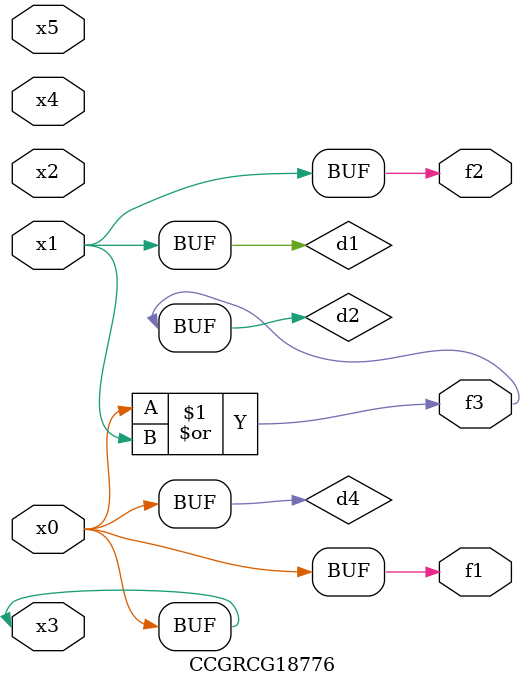
<source format=v>
module CCGRCG18776(
	input x0, x1, x2, x3, x4, x5,
	output f1, f2, f3
);

	wire d1, d2, d3, d4;

	and (d1, x1);
	or (d2, x0, x1);
	nand (d3, x0, x5);
	buf (d4, x0, x3);
	assign f1 = d4;
	assign f2 = d1;
	assign f3 = d2;
endmodule

</source>
